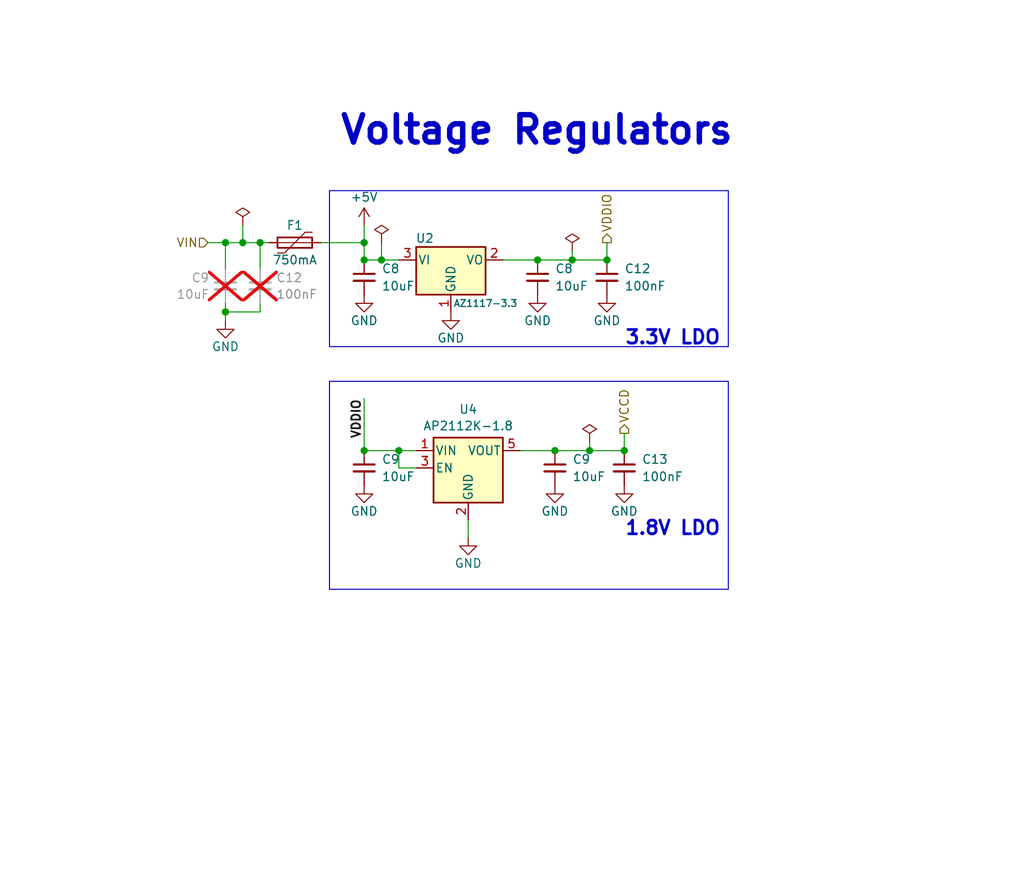
<source format=kicad_sch>
(kicad_sch (version 20230121) (generator eeschema)
  (paper "User" 150.012 129.997)
  (title_block (date "2023-10-23") (rev "1.0") (company "Psychogenic Technologies INC") (comment 1 "(C) 2023 Pat Deegan"))
  (lib_symbols
    (symbol "Device:C_Small" (pin_numbers hide) (pin_names (offset 0.254) hide)
      (property "Reference" "C" (at 0.254 1.778 0))
      (property "Value" "C_Small" (at 0.254 -2.032 0))
      (symbol "C_Small_0_1"
        (polyline (pts (xy -1.524 -0.508) (xy 1.524 -0.508)) (stroke (width 0.3302)))
        (polyline (pts (xy -1.524 0.508) (xy 1.524 0.508)) (stroke (width 0.3048)))
      )
      (symbol "C_Small_1_1"
        (pin passive line (at 0 2.54 270) (length 2.032) (name "~") (number "1"))
        (pin passive line (at 0 -2.54 90) (length 2.032) (name "~") (number "2"))
      )
    )
    (symbol "Device:Polyfuse" (pin_numbers hide) (pin_names (offset 0))
      (property "Reference" "F" (at -2.54 0 90))
      (property "Value" "Polyfuse" (at 2.54 0 90))
      (symbol "Polyfuse_0_1"
        (rectangle (start -0.762 2.54) (end 0.762 -2.54) (stroke (width 0.254)))
        (polyline (pts (xy 0 2.54) (xy 0 -2.54)))
        (polyline (pts (xy -1.524 2.54) (xy -1.524 1.524) (xy 1.524 -1.524) (xy 1.524 -2.54)))
      )
      (symbol "Polyfuse_1_1"
        (pin passive line (at 0 3.81 270) (length 1.27) (name "~") (number "1"))
        (pin passive line (at 0 -3.81 90) (length 1.27) (name "~") (number "2"))
      )
    )
    (symbol "Regulator_Linear:AP2112K-1.8" (pin_names (offset 0.254))
      (property "Reference" "U" (at -5.08 5.715 0))
      (property "Value" "AP2112K-1.8" (at 0 5.715 0))
      (symbol "AP2112K-1.8_0_1"
        (rectangle (start -5.08 4.445) (end 5.08 -5.08) (stroke (width 0.254)) (fill (type background)))
      )
      (symbol "AP2112K-1.8_1_1"
        (pin power_in line (at -7.62 2.54 0) (length 2.54) (name "VIN") (number "1"))
        (pin power_in line (at 0 -7.62 90) (length 2.54) (name "GND") (number "2"))
        (pin input line (at -7.62 0 0) (length 2.54) (name "EN") (number "3"))
        (pin no_connect line (at 5.08 0 180) (length 2.54) hide (name "NC") (number "4"))
        (pin power_out line (at 7.62 2.54 180) (length 2.54) (name "VOUT") (number "5"))
      )
    )
    (symbol "Regulator_Linear:AZ1117-3.3" (pin_names (offset 0.254))
      (property "Reference" "U" (at -3.81 3.175 0))
      (property "Value" "AZ1117-3.3" (at 0 3.175 0))
      (symbol "AZ1117-3.3_0_1"
        (rectangle (start -5.08 1.905) (end 5.08 -5.08) (stroke (width 0.254)) (fill (type background)))
      )
      (symbol "AZ1117-3.3_1_1"
        (pin power_in line (at 0 -7.62 90) (length 2.54) (name "GND") (number "1"))
        (pin power_out line (at 7.62 0 180) (length 2.54) (name "VO") (number "2"))
        (pin power_in line (at -7.62 0 0) (length 2.54) (name "VI") (number "3"))
      )
    )
    (symbol "power:+5V" (power) (pin_names (offset 0))
      (property "Value" "+5V" (at 0 3.556 0))
      (symbol "+5V_0_1"
        (polyline (pts (xy -0.762 1.27) (xy 0 2.54)))
        (polyline (pts (xy 0 0) (xy 0 2.54)))
        (polyline (pts (xy 0 2.54) (xy 0.762 1.27)))
      )
      (symbol "+5V_1_1"
        (pin power_in line (at 0 0 90) (length 0) hide (name "+5V") (number "1"))
      )
    )
    (symbol "power:GND" (power) (pin_names (offset 0))
      (property "Value" "GND" (at 0 -3.81 0))
      (symbol "GND_0_1"
        (polyline (pts (xy 0 0) (xy 0 -1.27) (xy 1.27 -1.27) (xy 0 -2.54) (xy -1.27 -1.27) (xy 0 -1.27)))
      )
      (symbol "GND_1_1"
        (pin power_in line (at 0 0 270) (length 0) hide (name "GND") (number "1"))
      )
    )
    (symbol "power:PWR_FLAG" (power) (pin_numbers hide) (pin_names (offset 0) hide)
      (property "Value" "PWR_FLAG" (at 0 3.81 0))
      (symbol "PWR_FLAG_0_0"
        (pin power_out line (at 0 0 90) (length 0) (name "pwr") (number "1"))
      )
      (symbol "PWR_FLAG_0_1"
        (polyline (pts (xy 0 0) (xy 0 1.27) (xy -1.016 1.905) (xy 0 2.54) (xy 1.016 1.905) (xy 0 1.27)))
      )
    )
  )
  (junction (at 91.44 66.04))
  (junction (at 88.9 38.1))
  (junction (at 33.02 35.56))
  (junction (at 35.56 35.56))
  (junction (at 78.74 38.1))
  (junction (at 58.42 66.04))
  (junction (at 53.34 66.04))
  (junction (at 55.88 38.1))
  (junction (at 53.34 38.1))
  (junction (at 53.34 35.56))
  (junction (at 33.02 45.72))
  (junction (at 86.36 66.04))
  (junction (at 38.1 35.56))
  (junction (at 83.82 38.1))
  (junction (at 81.28 66.04))
  (wire (pts (xy 46.99 35.56) (xy 53.34 35.56)))
  (wire (pts (xy 33.02 35.56) (xy 33.02 39.37)))
  (wire (pts (xy 58.42 66.04) (xy 60.96 66.04)))
  (wire (pts (xy 68.58 76.2) (xy 68.58 78.74)))
  (wire (pts (xy 58.42 68.58) (xy 58.42 66.04)))
  (wire (pts (xy 83.82 38.1) (xy 88.9 38.1)))
  (wire (pts (xy 38.1 35.56) (xy 38.1 39.37)))
  (wire (pts (xy 83.82 36.83) (xy 83.82 38.1)))
  (wire (pts (xy 38.1 35.56) (xy 39.37 35.56)))
  (wire (pts (xy 76.2 66.04) (xy 81.28 66.04)))
  (wire (pts (xy 53.34 33.02) (xy 53.34 35.56)))
  (wire (pts (xy 38.1 44.45) (xy 38.1 45.72)))
  (wire (pts (xy 53.34 66.04) (xy 58.42 66.04)))
  (wire (pts (xy 33.02 44.45) (xy 33.02 45.72)))
  (wire (pts (xy 55.88 35.56) (xy 55.88 38.1)))
  (wire (pts (xy 86.36 64.77) (xy 86.36 66.04)))
  (wire (pts (xy 35.56 35.56) (xy 38.1 35.56)))
  (wire (pts (xy 35.56 33.02) (xy 35.56 35.56)))
  (wire (pts (xy 53.34 58.42) (xy 53.34 66.04)))
  (wire (pts (xy 53.34 35.56) (xy 53.34 38.1)))
  (wire (pts (xy 81.28 66.04) (xy 86.36 66.04)))
  (wire (pts (xy 60.96 68.58) (xy 58.42 68.58)))
  (wire (pts (xy 53.34 38.1) (xy 55.88 38.1)))
  (wire (pts (xy 86.36 66.04) (xy 91.44 66.04)))
  (wire (pts (xy 88.9 35.56) (xy 88.9 38.1)))
  (wire (pts (xy 33.02 45.72) (xy 38.1 45.72)))
  (wire (pts (xy 33.02 45.72) (xy 33.02 46.99)))
  (wire (pts (xy 30.48 35.56) (xy 33.02 35.56)))
  (wire (pts (xy 33.02 35.56) (xy 35.56 35.56)))
  (wire (pts (xy 73.66 38.1) (xy 78.74 38.1)))
  (wire (pts (xy 91.44 63.5) (xy 91.44 66.04)))
  (wire (pts (xy 55.88 38.1) (xy 58.42 38.1)))
  (wire (pts (xy 78.74 38.1) (xy 83.82 38.1)))
  (rectangle (start 48.26 27.94) (end 106.68 50.8))
  (rectangle (start 48.26 55.88) (end 106.68 86.36))
  (text "1.8V LDO" (at 91.44 78.74 0) (effects (font (size 2 2) (thickness 0.4) bold) (justify left bottom)))
  (text "3.3V LDO" (at 91.44 50.8 0) (effects (font (size 2 2) (thickness 0.4) bold) (justify left bottom)))
  (text "Voltage Regulators" (at 49.53 21.59 0) (effects (font (size 4 4) (thickness 0.8) bold) (justify left bottom)))
  (label "VDDIO" (at 53.34 58.42 270) (effects (font bold)))
  (hierarchical_label "VCCD" (shape output) (at 91.44 63.5 90))
  (hierarchical_label "VIN" (shape input) (at 30.48 35.56 180))
  (hierarchical_label "VDDIO" (shape output) (at 88.9 35.56 90))
  (symbol (lib_id "power:PWR_FLAG") (at 86.36 64.77 0) (unit 1)
    (property "Reference" "#FLG04" (effects hide))
    (property "Value" "PWR_FLAG" (effects hide))
    (instances (project "mpw-mb1" (path "" (reference "#FLG04") (unit 1))) (project "tip-top" (path "" (reference "#FLG02") (unit 1)) (path "" (reference "#FLG05") (unit 1))))
  )
  (symbol (lib_id "Regulator_Linear:AZ1117-3.3") (at 66.04 38.1 0) (unit 1)
    (property "Reference" "U2" (at 62.23 34.925 0))
    (property "Value" "AZ1117-3.3" (at 71.12 44.45 0) (effects (font (size 1 1))))
    (property "Footprint" "Package_TO_SOT_SMD:SOT-223-3_TabPin2" (effects hide))
    (property "Datasheet" "https://www.diodes.com/assets/Datasheets/AZ1117.pdf" (effects hide))
    (property "MPN" "AZ1117IH-3.3TRG1" (effects hide))
    (property "DigiKey_Part_Number" "AZ1117IH-3.3TRG1DICT-ND" (effects hide))
    (instances (project "mpw-mb1" (path "" (reference "U2") (unit 1))) (project "tip-top" (path "" (reference "U2") (unit 1)) (path "" (reference "U3") (unit 1))))
  )
  (symbol (lib_id "Device:C_Small") (at 38.1 41.91 0) (unit 1) (dnp yes)
    (property "Reference" "C12" (at 40.4241 40.7042 0) (effects (justify left)))
    (property "Value" "100nF" (at 40.4241 43.1284 0) (effects (justify left)))
    (property "Footprint" "Capacitor_SMD:C_0402_1005Metric" (effects hide))
    (property "MPN" "CL05B104KO5NFNC" (effects hide))
    (property "DigiKey_Part_Number" "1276-1508-1-ND" (effects hide))
    (instances (project "mpw-mb1" (path "" (reference "C12") (unit 1))) (project "tip-top" (path "" (reference "C5") (unit 1)) (path "" (reference "C17") (unit 1))))
  )
  (symbol (lib_id "Device:C_Small") (at 81.28 68.58 0) (unit 1)
    (property "Reference" "C9" (at 83.82 67.3162 0) (effects (justify left)))
    (property "Value" "10uF" (at 83.82 69.8562 0) (effects (justify left)))
    (property "Footprint" "Capacitor_SMD:C_0603_1608Metric" (effects hide))
    (property "MPN" "GRM188Z71A106KA73D" (effects hide))
    (property "DigiKey_Part_Number" "490-GRM188Z71A106KA73DCT-ND" (effects hide))
    (instances (project "mpw-mb1" (path "" (reference "C9") (unit 1))) (project "tip-top" (path "" (reference "C2") (unit 1)) (path "" (reference "C21") (unit 1))))
  )
  (symbol (lib_id "power:+5V") (at 53.34 33.02 0) (unit 1)
    (property "Reference" "#PWR071" (effects hide))
    (property "Value" "+5V" (at 53.34 28.8869 0))
  )
  (symbol (lib_id "power:PWR_FLAG") (at 35.56 33.02 0) (unit 1)
    (property "Reference" "#FLG03" (effects hide))
    (property "Value" "PWR_FLAG" (effects hide))
    (instances (project "mpw-mb1" (path "" (reference "#FLG03") (unit 1))) (project "tip-top" (path "" (reference "#FLG01") (unit 1)) (path "" (reference "#FLG02") (unit 1))))
  )
  (symbol (lib_id "Device:C_Small") (at 33.02 41.91 0) (mirror y) (unit 1) (dnp yes)
    (property "Reference" "C9" (at 30.6959 40.7042 0) (effects (justify left)))
    (property "Value" "10uF" (at 30.6959 43.1284 0) (effects (justify left)))
    (property "Footprint" "Capacitor_SMD:C_0603_1608Metric" (effects hide))
    (property "MPN" "GRM188Z71A106KA73D" (effects hide))
    (property "DigiKey_Part_Number" "490-GRM188Z71A106KA73DCT-ND" (effects hide))
    (instances (project "mpw-mb1" (path "" (reference "C9") (unit 1))) (project "tip-top" (path "" (reference "C2") (unit 1)) (path "" (reference "C16") (unit 1))))
  )
  (symbol (lib_id "power:GND") (at 53.34 71.12 0) (unit 1)
    (property "Reference" "#PWR034" (effects hide))
    (property "Value" "GND" (at 53.34 74.93 0))
    (instances (project "mpw-mb1" (path "" (reference "#PWR034") (unit 1))) (project "tip-top" (path "" (reference "#PWR04") (unit 1)) (path "" (reference "#PWR073") (unit 1))))
  )
  (symbol (lib_id "Device:Polyfuse") (at 43.18 35.56 90) (unit 1)
    (property "Reference" "F1" (at 43.18 33.02 90))
    (property "Value" "750mA" (at 43.18 38.1 90))
    (property "Footprint" "Fuse:Fuse_0805_2012Metric" (effects hide))
    (property "MPN" "0ZCK0075FF2E" (effects hide))
    (property "DigiKey_Part_Number" "507-1814-1-ND" (effects hide))
  )
  (symbol (lib_id "power:PWR_FLAG") (at 83.82 36.83 0) (unit 1)
    (property "Reference" "#FLG03" (effects hide))
    (property "Value" "PWR_FLAG" (effects hide))
    (instances (project "mpw-mb1" (path "" (reference "#FLG03") (unit 1))) (project "tip-top" (path "" (reference "#FLG01") (unit 1)) (path "" (reference "#FLG04") (unit 1))))
  )
  (symbol (lib_id "power:GND") (at 33.02 46.99 0) (unit 1)
    (property "Reference" "#PWR032" (effects hide))
    (property "Value" "GND" (at 33.02 50.8 0))
    (instances (project "mpw-mb1" (path "" (reference "#PWR032") (unit 1))) (project "tip-top" (path "" (reference "#PWR02") (unit 1)) (path "" (reference "#PWR070") (unit 1))))
  )
  (symbol (lib_id "Device:C_Small") (at 91.44 68.58 0) (unit 1)
    (property "Reference" "C13" (at 93.98 67.3162 0) (effects (justify left)))
    (property "Value" "100nF" (at 93.98 69.8562 0) (effects (justify left)))
    (property "Footprint" "Capacitor_SMD:C_0402_1005Metric" (effects hide))
    (property "MPN" "CL05B104KO5NFNC" (effects hide))
    (property "DigiKey_Part_Number" "1276-1508-1-ND" (effects hide))
    (instances (project "mpw-mb1" (path "" (reference "C13") (unit 1))) (project "tip-top" (path "" (reference "C6") (unit 1)) (path "" (reference "C23") (unit 1))))
  )
  (symbol (lib_id "power:GND") (at 88.9 43.18 0) (unit 1)
    (property "Reference" "#PWR050" (effects hide))
    (property "Value" "GND" (at 88.9 46.99 0))
    (instances (project "mpw-mb1" (path "" (reference "#PWR050") (unit 1))) (project "tip-top" (path "" (reference "#PWR010") (unit 1)) (path "" (reference "#PWR078") (unit 1))))
  )
  (symbol (lib_id "power:GND") (at 68.58 78.74 0) (unit 1)
    (property "Reference" "#PWR036" (effects hide))
    (property "Value" "GND" (at 68.58 82.55 0))
    (instances (project "mpw-mb1" (path "" (reference "#PWR036") (unit 1))) (project "tip-top" (path "" (reference "#PWR06") (unit 1)) (path "" (reference "#PWR075") (unit 1))))
  )
  (symbol (lib_id "power:PWR_FLAG") (at 55.88 35.56 0) (unit 1)
    (property "Reference" "#FLG03" (effects hide))
    (property "Value" "PWR_FLAG" (effects hide))
    (instances (project "mpw-mb1" (path "" (reference "#FLG03") (unit 1))) (project "tip-top" (path "" (reference "#FLG01") (unit 1)) (path "" (reference "#FLG03") (unit 1))))
  )
  (symbol (lib_id "Regulator_Linear:AP2112K-1.8") (at 68.58 68.58 0) (unit 1)
    (property "Reference" "U4" (at 68.58 59.9907 0))
    (property "Value" "AP2112K-1.8" (at 68.58 62.4149 0))
    (property "Footprint" "Package_TO_SOT_SMD:SOT-23-5" (effects hide))
    (property "Datasheet" "https://www.diodes.com/assets/Datasheets/AP2112.pdf" (effects hide))
    (property "DigiKey_Part_Number" "AP2112K-1.8TRG1DICT-ND" (effects hide))
    (property "MPN" "AP2112K-1.8TRG1" (effects hide))
  )
  (symbol (lib_id "Device:C_Small") (at 53.34 40.64 0) (unit 1)
    (property "Reference" "C8" (at 55.88 39.3762 0) (effects (justify left)))
    (property "Value" "10uF" (at 55.88 41.9162 0) (effects (justify left)))
    (property "Footprint" "Capacitor_SMD:C_0603_1608Metric" (effects hide))
    (property "MPN" "GRM188Z71A106KA73D" (effects hide))
    (property "DigiKey_Part_Number" "490-GRM188Z71A106KA73DCT-ND" (effects hide))
    (instances (project "mpw-mb1" (path "" (reference "C8") (unit 1))) (project "tip-top" (path "" (reference "C1") (unit 1)) (path "" (reference "C18") (unit 1))))
  )
  (symbol (lib_id "Device:C_Small") (at 53.34 68.58 0) (unit 1)
    (property "Reference" "C9" (at 55.88 67.3162 0) (effects (justify left)))
    (property "Value" "10uF" (at 55.88 69.8562 0) (effects (justify left)))
    (property "Footprint" "Capacitor_SMD:C_0603_1608Metric" (effects hide))
    (property "MPN" "GRM188Z71A106KA73D" (effects hide))
    (property "DigiKey_Part_Number" "490-GRM188Z71A106KA73DCT-ND" (effects hide))
    (instances (project "mpw-mb1" (path "" (reference "C9") (unit 1))) (project "tip-top" (path "" (reference "C2") (unit 1)) (path "" (reference "C19") (unit 1))))
  )
  (symbol (lib_id "power:GND") (at 78.74 43.18 0) (unit 1)
    (property "Reference" "#PWR041" (effects hide))
    (property "Value" "GND" (at 78.74 46.99 0))
    (instances (project "mpw-mb1" (path "" (reference "#PWR041") (unit 1))) (project "tip-top" (path "" (reference "#PWR07") (unit 1)) (path "" (reference "#PWR076") (unit 1))))
  )
  (symbol (lib_id "power:GND") (at 91.44 71.12 0) (unit 1)
    (property "Reference" "#PWR052" (effects hide))
    (property "Value" "GND" (at 91.44 74.93 0))
    (instances (project "mpw-mb1" (path "" (reference "#PWR052") (unit 1))) (project "tip-top" (path "" (reference "#PWR012") (unit 1)) (path "" (reference "#PWR079") (unit 1))))
  )
  (symbol (lib_id "power:GND") (at 81.28 71.12 0) (unit 1)
    (property "Reference" "#PWR042" (effects hide))
    (property "Value" "GND" (at 81.28 74.93 0))
    (instances (project "mpw-mb1" (path "" (reference "#PWR042") (unit 1))) (project "tip-top" (path "" (reference "#PWR08") (unit 1)) (path "" (reference "#PWR077") (unit 1))))
  )
  (symbol (lib_id "Device:C_Small") (at 78.74 40.64 0) (unit 1)
    (property "Reference" "C8" (at 81.28 39.3762 0) (effects (justify left)))
    (property "Value" "10uF" (at 81.28 41.9162 0) (effects (justify left)))
    (property "Footprint" "Capacitor_SMD:C_0603_1608Metric" (effects hide))
    (property "MPN" "GRM188Z71A106KA73D" (effects hide))
    (property "DigiKey_Part_Number" "490-GRM188Z71A106KA73DCT-ND" (effects hide))
    (instances (project "mpw-mb1" (path "" (reference "C8") (unit 1))) (project "tip-top" (path "" (reference "C1") (unit 1)) (path "" (reference "C20") (unit 1))))
  )
  (symbol (lib_id "power:GND") (at 66.04 45.72 0) (unit 1)
    (property "Reference" "#PWR035" (effects hide))
    (property "Value" "GND" (at 66.04 49.53 0))
    (instances (project "mpw-mb1" (path "" (reference "#PWR035") (unit 1))) (project "tip-top" (path "" (reference "#PWR05") (unit 1)) (path "" (reference "#PWR074") (unit 1))))
  )
  (symbol (lib_id "Device:C_Small") (at 88.9 40.64 0) (unit 1)
    (property "Reference" "C12" (at 91.44 39.3762 0) (effects (justify left)))
    (property "Value" "100nF" (at 91.44 41.9162 0) (effects (justify left)))
    (property "Footprint" "Capacitor_SMD:C_0402_1005Metric" (effects hide))
    (property "MPN" "CL05B104KO5NFNC" (effects hide))
    (property "DigiKey_Part_Number" "1276-1508-1-ND" (effects hide))
    (instances (project "mpw-mb1" (path "" (reference "C12") (unit 1))) (project "tip-top" (path "" (reference "C5") (unit 1)) (path "" (reference "C22") (unit 1))))
  )
  (symbol (lib_id "power:GND") (at 53.34 43.18 0) (unit 1)
    (property "Reference" "#PWR032" (effects hide))
    (property "Value" "GND" (at 53.34 46.99 0))
    (instances (project "mpw-mb1" (path "" (reference "#PWR032") (unit 1))) (project "tip-top" (path "" (reference "#PWR02") (unit 1)) (path "" (reference "#PWR072") (unit 1))))
  )
)
</source>
